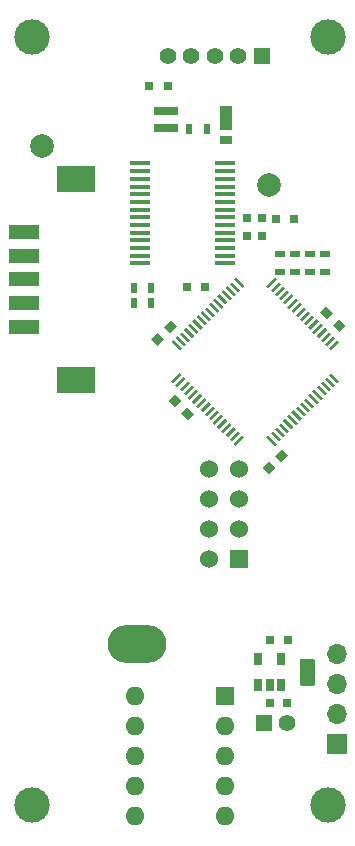
<source format=gbs>
G04 #@! TF.FileFunction,Soldermask,Bot*
%FSLAX46Y46*%
G04 Gerber Fmt 4.6, Leading zero omitted, Abs format (unit mm)*
G04 Created by KiCad (PCBNEW 4.0.6) date 08/19/17 00:13:46*
%MOMM*%
%LPD*%
G01*
G04 APERTURE LIST*
%ADD10C,0.100000*%
%ADD11R,0.800000X0.750000*%
%ADD12C,3.000000*%
%ADD13R,2.000000X0.700000*%
%ADD14R,0.750000X0.800000*%
%ADD15R,0.800000X0.800000*%
%ADD16R,1.270000X0.970000*%
%ADD17R,3.300000X2.300000*%
%ADD18R,2.600000X1.200000*%
%ADD19R,0.900000X0.500000*%
%ADD20R,0.500000X0.900000*%
%ADD21R,1.750000X0.450000*%
%ADD22R,1.524000X1.524000*%
%ADD23C,1.524000*%
%ADD24R,1.600000X1.600000*%
%ADD25O,1.600000X1.600000*%
%ADD26O,5.000000X3.200000*%
%ADD27R,0.650000X1.060000*%
%ADD28R,1.100000X0.800000*%
%ADD29R,1.100000X2.000000*%
%ADD30C,2.000000*%
%ADD31C,1.400000*%
%ADD32R,1.400000X1.400000*%
%ADD33R,1.700000X1.700000*%
%ADD34O,1.700000X1.700000*%
%ADD35C,0.254000*%
G04 APERTURE END LIST*
D10*
D11*
X117121600Y-123596600D03*
X115621600Y-123596600D03*
D12*
X127500000Y-167500000D03*
X102500000Y-167500000D03*
X102500000Y-102500000D03*
D13*
X113840500Y-110211500D03*
X113840500Y-108711500D03*
D11*
X124106000Y-158878500D03*
X122606000Y-158878500D03*
X124118000Y-153544501D03*
X122618000Y-153544501D03*
X123140000Y-117907000D03*
X124640000Y-117907000D03*
D14*
X121921500Y-119292000D03*
X121921500Y-117792000D03*
X120715000Y-119292000D03*
X120715000Y-117792000D03*
D15*
X114022000Y-106604000D03*
X112422000Y-106604000D03*
D16*
X125781001Y-155571500D03*
X125781001Y-156851500D03*
D17*
X106237000Y-131507000D03*
D18*
X101787000Y-118987000D03*
X101787000Y-120987000D03*
D17*
X106237000Y-114467000D03*
D18*
X101787000Y-122987000D03*
X101787000Y-124987000D03*
X101787000Y-126987000D03*
D19*
X123509000Y-122340000D03*
X123509000Y-120840000D03*
X124779000Y-122340000D03*
X124779000Y-120840000D03*
X126049000Y-122340000D03*
X126049000Y-120840000D03*
X127319000Y-122340000D03*
X127319000Y-120840000D03*
D20*
X111075000Y-123685500D03*
X112575000Y-123685500D03*
X111075000Y-124955500D03*
X112575000Y-124955500D03*
X117274000Y-110287000D03*
X115774000Y-110287000D03*
D10*
G36*
X119744585Y-137060976D02*
X119567808Y-136884199D01*
X120274915Y-136177092D01*
X120451692Y-136353869D01*
X119744585Y-137060976D01*
X119744585Y-137060976D01*
G37*
G36*
X119391031Y-136707423D02*
X119214254Y-136530646D01*
X119921361Y-135823539D01*
X120098138Y-136000316D01*
X119391031Y-136707423D01*
X119391031Y-136707423D01*
G37*
G36*
X119037478Y-136353869D02*
X118860701Y-136177092D01*
X119567808Y-135469985D01*
X119744585Y-135646762D01*
X119037478Y-136353869D01*
X119037478Y-136353869D01*
G37*
G36*
X118683925Y-136000316D02*
X118507148Y-135823539D01*
X119214255Y-135116432D01*
X119391032Y-135293209D01*
X118683925Y-136000316D01*
X118683925Y-136000316D01*
G37*
G36*
X118330371Y-135646763D02*
X118153594Y-135469986D01*
X118860701Y-134762879D01*
X119037478Y-134939656D01*
X118330371Y-135646763D01*
X118330371Y-135646763D01*
G37*
G36*
X117976818Y-135293209D02*
X117800041Y-135116432D01*
X118507148Y-134409325D01*
X118683925Y-134586102D01*
X117976818Y-135293209D01*
X117976818Y-135293209D01*
G37*
G36*
X117623264Y-134939656D02*
X117446487Y-134762879D01*
X118153594Y-134055772D01*
X118330371Y-134232549D01*
X117623264Y-134939656D01*
X117623264Y-134939656D01*
G37*
G36*
X117269711Y-134586102D02*
X117092934Y-134409325D01*
X117800041Y-133702218D01*
X117976818Y-133878995D01*
X117269711Y-134586102D01*
X117269711Y-134586102D01*
G37*
G36*
X116916158Y-134232549D02*
X116739381Y-134055772D01*
X117446488Y-133348665D01*
X117623265Y-133525442D01*
X116916158Y-134232549D01*
X116916158Y-134232549D01*
G37*
G36*
X116562604Y-133878996D02*
X116385827Y-133702219D01*
X117092934Y-132995112D01*
X117269711Y-133171889D01*
X116562604Y-133878996D01*
X116562604Y-133878996D01*
G37*
G36*
X116209051Y-133525442D02*
X116032274Y-133348665D01*
X116739381Y-132641558D01*
X116916158Y-132818335D01*
X116209051Y-133525442D01*
X116209051Y-133525442D01*
G37*
G36*
X115855497Y-133171889D02*
X115678720Y-132995112D01*
X116385827Y-132288005D01*
X116562604Y-132464782D01*
X115855497Y-133171889D01*
X115855497Y-133171889D01*
G37*
G36*
X115501944Y-132818335D02*
X115325167Y-132641558D01*
X116032274Y-131934451D01*
X116209051Y-132111228D01*
X115501944Y-132818335D01*
X115501944Y-132818335D01*
G37*
G36*
X115148391Y-132464782D02*
X114971614Y-132288005D01*
X115678721Y-131580898D01*
X115855498Y-131757675D01*
X115148391Y-132464782D01*
X115148391Y-132464782D01*
G37*
G36*
X114794837Y-132111229D02*
X114618060Y-131934452D01*
X115325167Y-131227345D01*
X115501944Y-131404122D01*
X114794837Y-132111229D01*
X114794837Y-132111229D01*
G37*
G36*
X114441284Y-131757675D02*
X114264507Y-131580898D01*
X114971614Y-130873791D01*
X115148391Y-131050568D01*
X114441284Y-131757675D01*
X114441284Y-131757675D01*
G37*
G36*
X114264507Y-128292852D02*
X114441284Y-128116075D01*
X115148391Y-128823182D01*
X114971614Y-128999959D01*
X114264507Y-128292852D01*
X114264507Y-128292852D01*
G37*
G36*
X114618060Y-127939298D02*
X114794837Y-127762521D01*
X115501944Y-128469628D01*
X115325167Y-128646405D01*
X114618060Y-127939298D01*
X114618060Y-127939298D01*
G37*
G36*
X114971614Y-127585745D02*
X115148391Y-127408968D01*
X115855498Y-128116075D01*
X115678721Y-128292852D01*
X114971614Y-127585745D01*
X114971614Y-127585745D01*
G37*
G36*
X115325167Y-127232192D02*
X115501944Y-127055415D01*
X116209051Y-127762522D01*
X116032274Y-127939299D01*
X115325167Y-127232192D01*
X115325167Y-127232192D01*
G37*
G36*
X115678720Y-126878638D02*
X115855497Y-126701861D01*
X116562604Y-127408968D01*
X116385827Y-127585745D01*
X115678720Y-126878638D01*
X115678720Y-126878638D01*
G37*
G36*
X116032274Y-126525085D02*
X116209051Y-126348308D01*
X116916158Y-127055415D01*
X116739381Y-127232192D01*
X116032274Y-126525085D01*
X116032274Y-126525085D01*
G37*
G36*
X116385827Y-126171531D02*
X116562604Y-125994754D01*
X117269711Y-126701861D01*
X117092934Y-126878638D01*
X116385827Y-126171531D01*
X116385827Y-126171531D01*
G37*
G36*
X116739381Y-125817978D02*
X116916158Y-125641201D01*
X117623265Y-126348308D01*
X117446488Y-126525085D01*
X116739381Y-125817978D01*
X116739381Y-125817978D01*
G37*
G36*
X117092934Y-125464425D02*
X117269711Y-125287648D01*
X117976818Y-125994755D01*
X117800041Y-126171532D01*
X117092934Y-125464425D01*
X117092934Y-125464425D01*
G37*
G36*
X117446487Y-125110871D02*
X117623264Y-124934094D01*
X118330371Y-125641201D01*
X118153594Y-125817978D01*
X117446487Y-125110871D01*
X117446487Y-125110871D01*
G37*
G36*
X117800041Y-124757318D02*
X117976818Y-124580541D01*
X118683925Y-125287648D01*
X118507148Y-125464425D01*
X117800041Y-124757318D01*
X117800041Y-124757318D01*
G37*
G36*
X118153594Y-124403764D02*
X118330371Y-124226987D01*
X119037478Y-124934094D01*
X118860701Y-125110871D01*
X118153594Y-124403764D01*
X118153594Y-124403764D01*
G37*
G36*
X118507148Y-124050211D02*
X118683925Y-123873434D01*
X119391032Y-124580541D01*
X119214255Y-124757318D01*
X118507148Y-124050211D01*
X118507148Y-124050211D01*
G37*
G36*
X118860701Y-123696658D02*
X119037478Y-123519881D01*
X119744585Y-124226988D01*
X119567808Y-124403765D01*
X118860701Y-123696658D01*
X118860701Y-123696658D01*
G37*
G36*
X119214254Y-123343104D02*
X119391031Y-123166327D01*
X120098138Y-123873434D01*
X119921361Y-124050211D01*
X119214254Y-123343104D01*
X119214254Y-123343104D01*
G37*
G36*
X119567808Y-122989551D02*
X119744585Y-122812774D01*
X120451692Y-123519881D01*
X120274915Y-123696658D01*
X119567808Y-122989551D01*
X119567808Y-122989551D01*
G37*
G36*
X122502301Y-123696658D02*
X122325524Y-123519881D01*
X123032631Y-122812774D01*
X123209408Y-122989551D01*
X122502301Y-123696658D01*
X122502301Y-123696658D01*
G37*
G36*
X122855855Y-124050211D02*
X122679078Y-123873434D01*
X123386185Y-123166327D01*
X123562962Y-123343104D01*
X122855855Y-124050211D01*
X122855855Y-124050211D01*
G37*
G36*
X123209408Y-124403765D02*
X123032631Y-124226988D01*
X123739738Y-123519881D01*
X123916515Y-123696658D01*
X123209408Y-124403765D01*
X123209408Y-124403765D01*
G37*
G36*
X123562961Y-124757318D02*
X123386184Y-124580541D01*
X124093291Y-123873434D01*
X124270068Y-124050211D01*
X123562961Y-124757318D01*
X123562961Y-124757318D01*
G37*
G36*
X123916515Y-125110871D02*
X123739738Y-124934094D01*
X124446845Y-124226987D01*
X124623622Y-124403764D01*
X123916515Y-125110871D01*
X123916515Y-125110871D01*
G37*
G36*
X124270068Y-125464425D02*
X124093291Y-125287648D01*
X124800398Y-124580541D01*
X124977175Y-124757318D01*
X124270068Y-125464425D01*
X124270068Y-125464425D01*
G37*
G36*
X124623622Y-125817978D02*
X124446845Y-125641201D01*
X125153952Y-124934094D01*
X125330729Y-125110871D01*
X124623622Y-125817978D01*
X124623622Y-125817978D01*
G37*
G36*
X124977175Y-126171532D02*
X124800398Y-125994755D01*
X125507505Y-125287648D01*
X125684282Y-125464425D01*
X124977175Y-126171532D01*
X124977175Y-126171532D01*
G37*
G36*
X125330728Y-126525085D02*
X125153951Y-126348308D01*
X125861058Y-125641201D01*
X126037835Y-125817978D01*
X125330728Y-126525085D01*
X125330728Y-126525085D01*
G37*
G36*
X125684282Y-126878638D02*
X125507505Y-126701861D01*
X126214612Y-125994754D01*
X126391389Y-126171531D01*
X125684282Y-126878638D01*
X125684282Y-126878638D01*
G37*
G36*
X126037835Y-127232192D02*
X125861058Y-127055415D01*
X126568165Y-126348308D01*
X126744942Y-126525085D01*
X126037835Y-127232192D01*
X126037835Y-127232192D01*
G37*
G36*
X126391389Y-127585745D02*
X126214612Y-127408968D01*
X126921719Y-126701861D01*
X127098496Y-126878638D01*
X126391389Y-127585745D01*
X126391389Y-127585745D01*
G37*
G36*
X126744942Y-127939299D02*
X126568165Y-127762522D01*
X127275272Y-127055415D01*
X127452049Y-127232192D01*
X126744942Y-127939299D01*
X126744942Y-127939299D01*
G37*
G36*
X127098495Y-128292852D02*
X126921718Y-128116075D01*
X127628825Y-127408968D01*
X127805602Y-127585745D01*
X127098495Y-128292852D01*
X127098495Y-128292852D01*
G37*
G36*
X127452049Y-128646405D02*
X127275272Y-128469628D01*
X127982379Y-127762521D01*
X128159156Y-127939298D01*
X127452049Y-128646405D01*
X127452049Y-128646405D01*
G37*
G36*
X127805602Y-128999959D02*
X127628825Y-128823182D01*
X128335932Y-128116075D01*
X128512709Y-128292852D01*
X127805602Y-128999959D01*
X127805602Y-128999959D01*
G37*
G36*
X127628825Y-131050568D02*
X127805602Y-130873791D01*
X128512709Y-131580898D01*
X128335932Y-131757675D01*
X127628825Y-131050568D01*
X127628825Y-131050568D01*
G37*
G36*
X127275272Y-131404122D02*
X127452049Y-131227345D01*
X128159156Y-131934452D01*
X127982379Y-132111229D01*
X127275272Y-131404122D01*
X127275272Y-131404122D01*
G37*
G36*
X126921718Y-131757675D02*
X127098495Y-131580898D01*
X127805602Y-132288005D01*
X127628825Y-132464782D01*
X126921718Y-131757675D01*
X126921718Y-131757675D01*
G37*
G36*
X126568165Y-132111228D02*
X126744942Y-131934451D01*
X127452049Y-132641558D01*
X127275272Y-132818335D01*
X126568165Y-132111228D01*
X126568165Y-132111228D01*
G37*
G36*
X126214612Y-132464782D02*
X126391389Y-132288005D01*
X127098496Y-132995112D01*
X126921719Y-133171889D01*
X126214612Y-132464782D01*
X126214612Y-132464782D01*
G37*
G36*
X125861058Y-132818335D02*
X126037835Y-132641558D01*
X126744942Y-133348665D01*
X126568165Y-133525442D01*
X125861058Y-132818335D01*
X125861058Y-132818335D01*
G37*
G36*
X125507505Y-133171889D02*
X125684282Y-132995112D01*
X126391389Y-133702219D01*
X126214612Y-133878996D01*
X125507505Y-133171889D01*
X125507505Y-133171889D01*
G37*
G36*
X125153951Y-133525442D02*
X125330728Y-133348665D01*
X126037835Y-134055772D01*
X125861058Y-134232549D01*
X125153951Y-133525442D01*
X125153951Y-133525442D01*
G37*
G36*
X124800398Y-133878995D02*
X124977175Y-133702218D01*
X125684282Y-134409325D01*
X125507505Y-134586102D01*
X124800398Y-133878995D01*
X124800398Y-133878995D01*
G37*
G36*
X124446845Y-134232549D02*
X124623622Y-134055772D01*
X125330729Y-134762879D01*
X125153952Y-134939656D01*
X124446845Y-134232549D01*
X124446845Y-134232549D01*
G37*
G36*
X124093291Y-134586102D02*
X124270068Y-134409325D01*
X124977175Y-135116432D01*
X124800398Y-135293209D01*
X124093291Y-134586102D01*
X124093291Y-134586102D01*
G37*
G36*
X123739738Y-134939656D02*
X123916515Y-134762879D01*
X124623622Y-135469986D01*
X124446845Y-135646763D01*
X123739738Y-134939656D01*
X123739738Y-134939656D01*
G37*
G36*
X123386184Y-135293209D02*
X123562961Y-135116432D01*
X124270068Y-135823539D01*
X124093291Y-136000316D01*
X123386184Y-135293209D01*
X123386184Y-135293209D01*
G37*
G36*
X123032631Y-135646762D02*
X123209408Y-135469985D01*
X123916515Y-136177092D01*
X123739738Y-136353869D01*
X123032631Y-135646762D01*
X123032631Y-135646762D01*
G37*
G36*
X122679078Y-136000316D02*
X122855855Y-135823539D01*
X123562962Y-136530646D01*
X123386185Y-136707423D01*
X122679078Y-136000316D01*
X122679078Y-136000316D01*
G37*
G36*
X122325524Y-136353869D02*
X122502301Y-136177092D01*
X123209408Y-136884199D01*
X123032631Y-137060976D01*
X122325524Y-136353869D01*
X122325524Y-136353869D01*
G37*
D21*
X111654000Y-121624000D03*
X111654000Y-120974000D03*
X111654000Y-120324000D03*
X111654000Y-119674000D03*
X111654000Y-119024000D03*
X111654000Y-118374000D03*
X111654000Y-117724000D03*
X111654000Y-117074000D03*
X111654000Y-116424000D03*
X111654000Y-115774000D03*
X111654000Y-115124000D03*
X111654000Y-114474000D03*
X111654000Y-113824000D03*
X111654000Y-113174000D03*
X118854000Y-113174000D03*
X118854000Y-113824000D03*
X118854000Y-114474000D03*
X118854000Y-115124000D03*
X118854000Y-115774000D03*
X118854000Y-116424000D03*
X118854000Y-117074000D03*
X118854000Y-117724000D03*
X118854000Y-118374000D03*
X118854000Y-119024000D03*
X118854000Y-119674000D03*
X118854000Y-120324000D03*
X118854000Y-120974000D03*
X118854000Y-121624000D03*
D22*
X120016500Y-146672500D03*
D23*
X120016500Y-144132500D03*
X120016500Y-141592500D03*
X120016500Y-139052500D03*
X117476500Y-146672500D03*
X117476500Y-144132500D03*
X117476500Y-141592500D03*
X117476500Y-139052500D03*
D24*
X118810000Y-158293000D03*
D25*
X111190000Y-168453000D03*
X118810000Y-160833000D03*
X111190000Y-165913000D03*
X118810000Y-163373000D03*
X111190000Y-163373000D03*
X118810000Y-165913000D03*
X111190000Y-160833000D03*
X118810000Y-168453000D03*
X111190000Y-158293000D03*
D26*
X111373000Y-153891999D03*
D27*
X123556001Y-157311500D03*
X122606001Y-157311500D03*
X121656001Y-157311500D03*
X121656001Y-155111500D03*
X123556001Y-155111500D03*
D28*
X118873500Y-111219500D03*
D29*
X118873500Y-109319500D03*
D12*
X127500000Y-102500000D03*
D10*
G36*
X114213008Y-126429662D02*
X114743338Y-126959992D01*
X114177652Y-127525678D01*
X113647322Y-126995348D01*
X114213008Y-126429662D01*
X114213008Y-126429662D01*
G37*
G36*
X113152348Y-127490322D02*
X113682678Y-128020652D01*
X113116992Y-128586338D01*
X112586662Y-128056008D01*
X113152348Y-127490322D01*
X113152348Y-127490322D01*
G37*
G36*
X129032338Y-126900508D02*
X128502008Y-127430838D01*
X127936322Y-126865152D01*
X128466652Y-126334822D01*
X129032338Y-126900508D01*
X129032338Y-126900508D01*
G37*
G36*
X127971678Y-125839848D02*
X127441348Y-126370178D01*
X126875662Y-125804492D01*
X127405992Y-125274162D01*
X127971678Y-125839848D01*
X127971678Y-125839848D01*
G37*
G36*
X122516492Y-139495838D02*
X121986162Y-138965508D01*
X122551848Y-138399822D01*
X123082178Y-138930152D01*
X122516492Y-139495838D01*
X122516492Y-139495838D01*
G37*
G36*
X123577152Y-138435178D02*
X123046822Y-137904848D01*
X123612508Y-137339162D01*
X124142838Y-137869492D01*
X123577152Y-138435178D01*
X123577152Y-138435178D01*
G37*
G36*
X114047162Y-133246492D02*
X114577492Y-132716162D01*
X115143178Y-133281848D01*
X114612848Y-133812178D01*
X114047162Y-133246492D01*
X114047162Y-133246492D01*
G37*
G36*
X115107822Y-134307152D02*
X115638152Y-133776822D01*
X116203838Y-134342508D01*
X115673508Y-134872838D01*
X115107822Y-134307152D01*
X115107822Y-134307152D01*
G37*
D30*
X122553000Y-115025000D03*
X103353000Y-111725000D03*
D31*
X124080500Y-160579000D03*
D32*
X122080500Y-160579000D03*
D31*
X119953000Y-104064000D03*
D32*
X121953000Y-104064000D03*
D31*
X117953000Y-104064000D03*
X115953000Y-104064000D03*
X113953000Y-104064000D03*
D33*
X128271500Y-162357000D03*
D34*
X128271500Y-159817000D03*
X128271500Y-157277000D03*
X128271500Y-154737000D03*
D35*
G36*
X126303000Y-157213500D02*
X125223500Y-157213500D01*
X125223500Y-155181500D01*
X126303000Y-155181500D01*
X126303000Y-157213500D01*
X126303000Y-157213500D01*
G37*
X126303000Y-157213500D02*
X125223500Y-157213500D01*
X125223500Y-155181500D01*
X126303000Y-155181500D01*
X126303000Y-157213500D01*
M02*

</source>
